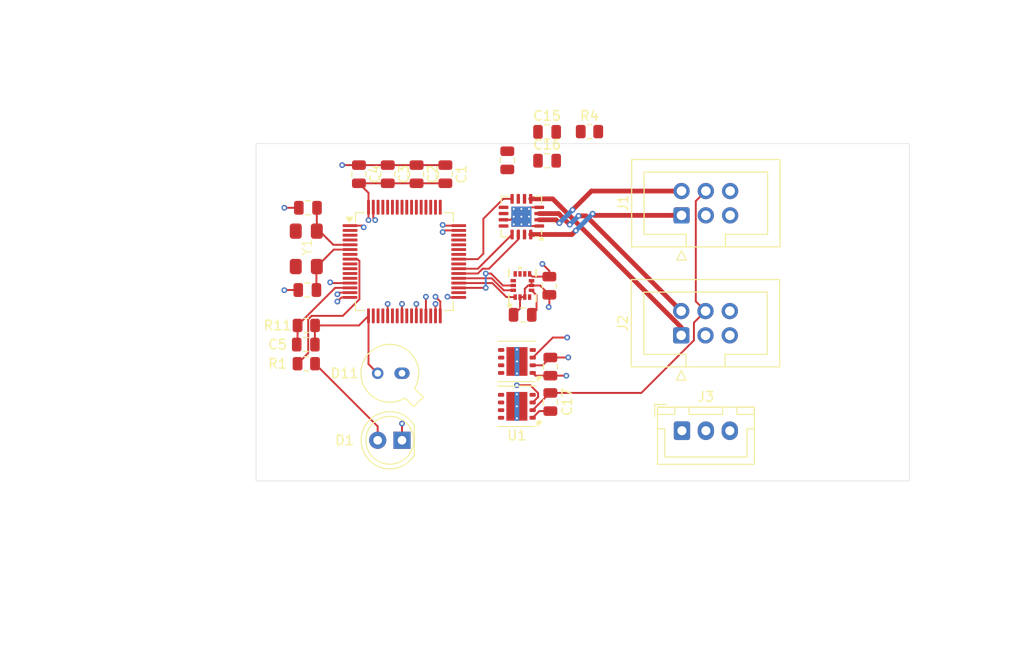
<source format=kicad_pcb>
(kicad_pcb (version 20240108) (generator "pcbnew") (generator_version "8.0")
  (layers (0 "F.Cu" signal) (1 "In1.Cu" signal) (2 "In2.Cu" signal) (31 "B.Cu" signal) (34 "B.Paste" user) (35 "F.Paste" user) (36 "B.SilkS" user "B.Silkscreen") (37 "F.SilkS" user "F.Silkscreen") (38 "B.Mask" user) (39 "F.Mask" user) (44 "Edge.Cuts" user))
  (net 0 "")
  (net 1 "VDD")
  (net 2 "GND")
  (net 3 "Net-(U5-Vdd_IO)")
  (net 4 "Vdrive")
  (net 5 "Net-(U6-PA2)")
  (net 6 "/FAULT")
  (net 7 "Net-(U4-VINT)")
  (net 8 "/VM")
  (net 9 "Net-(U4-VCP)")
  (net 10 "/motor2__n")
  (net 11 "/TIM1_CH4")
  (net 12 "/TIM1_CH1")
  (net 13 "/motor2__p")
  (net 14 "Net-(U4-~{SLEEP})")
  (net 15 "/TIM1_CH3")
  (net 16 "/TIM1_CH2")
  (net 18 "/SPI2_MISO")
  (net 19 "/CS")
  (net 20 "/SPI2_MOSI")
  (net 23 "/SPI2_SCK")
  (net 30 "Net-(U6-PA6)")
  (net 31 "Net-(U6-PB1)")
  (net 36 "Net-(U6-PB12)")
  (net 56 "/TIM3_CH4")
  (net 57 "/TIM3_CH1")
  (net 58 "/TIM3_CH3")
  (net 59 "/TIM3_CH2")
  (net 60 "Net-(U6-PF0)")
  (net 61 "Net-(U6-PF1)")
  (net 62 "Net-(D1-A)")
  (net 63 "Net-(U6-PB2)")
  (net 64 "Net-(U6-PB10)")
  (net 65 "Net-(U6-PA5)")
  (net 66 "Net-(D11-A)")
  (net 67 "/motor1__p")
  (net 68 "/motor1__n")
  (net 69 "Udd")
  (net 70 "/motor1_chB")
  (net 71 "/motor1_chA")
  (net 72 "/motor2_chA")
  (net 73 "/motor2_chB")
  (footprint "Package_SON:WSON-8-1EP_4x4mm_P0.8mm_EP2.2x3mm_ThermalVias" (layer "F.Cu") (at 143 101.2 180)
    (property "Reference" "U1" (at 0 -3.05 180) (layer "F.SilkS"))
    (property "Value" "TLV1117-50")
    (pad "1" smd roundrect (at -1.65 -1.2 180) (size 0.65 0.4) (layers "F.Cu" "F.Paste" "F.Mask") (net 2 "GND"))
    (pad "2" smd roundrect (at -1.65 -0.4 180) (size 0.65 0.4) (layers "F.Cu" "F.Paste" "F.Mask") (net 69 "Udd"))
    (pad "3" smd roundrect (at -1.65 0.4 180) (size 0.65 0.4) (layers "F.Cu" "F.Paste" "F.Mask") (net 4 "Vdrive"))
    (pad "4" smd roundrect (at -1.65 1.2 180) (size 0.65 0.4) (layers "F.Cu" "F.Paste" "F.Mask"))
    (pad "5" smd roundrect (at 1.65 1.2 180) (size 0.65 0.4) (layers "F.Cu" "F.Paste" "F.Mask"))
    (pad "6" smd roundrect (at 1.65 0.4 180) (size 0.65 0.4) (layers "F.Cu" "F.Paste" "F.Mask"))
    (pad "7" smd roundrect (at 1.65 -0.4 180) (size 0.65 0.4) (layers "F.Cu" "F.Paste" "F.Mask"))
    (pad "8" smd roundrect (at 1.65 -1.2 180) (size 0.65 0.4) (layers "F.Cu" "F.Paste" "F.Mask"))
    (pad "9" thru_hole circle (at 0 -1.25 180) (size 0.5 0.5) (drill 0.2) (property pad_prop_heatsink) (layers "*.Cu"))
    (pad "9" thru_hole circle (at 0 0 180) (size 0.5 0.5) (drill 0.2) (property pad_prop_heatsink) (layers "*.Cu"))
    (pad "9" smd rect (at 0 0 180) (size 0.5 3) (property pad_prop_heatsink) (layers "B.Cu"))
    (pad "9" smd rect (at 0 0 180) (size 2.2 3) (property pad_prop_heatsink) (layers "F.Cu" "F.Mask"))
    (pad "9" thru_hole circle (at 0 1.25 180) (size 0.5 0.5) (drill 0.2) (property pad_prop_heatsink) (layers "*.Cu"))
  )
  (footprint "Resistor_SMD:R_0805_2012Metric" (layer "F.Cu") (at 121 96.75)
    (property "Reference" "R1" (at -3 0 0) (layer "F.SilkS"))
    (property "Value" "330")
    (pad "1" smd roundrect (at -0.9125 0) (size 1.025 1.4) (layers "F.Cu" "F.Paste" "F.Mask") (roundrect_rratio 0.243902) (net 12 "/TIM1_CH1"))
    (pad "2" smd roundrect (at 0.9125 0) (size 1.025 1.4) (layers "F.Cu" "F.Paste" "F.Mask") (roundrect_rratio 0.243902) (net 62 "Net-(D1-A)"))
  )
  (footprint "Package_QFP:LQFP-64_10x10mm_P0.5mm" (layer "F.Cu") (at 131.25 86.075)
    (property "Reference" "U6" (hide yes))
    (property "Value" "STM32G484RETx" (hide yes))
    (pad "1" smd roundrect (at -5.675 -3.75) (size 1.55 0.3) (layers "F.Cu" "F.Paste" "F.Mask") (net 1 "VDD"))
    (pad "2" smd roundrect (at -5.675 -3.25) (size 1.55 0.3) (layers "F.Cu" "F.Paste" "F.Mask"))
    (pad "3" smd roundrect (at -5.675 -2.75) (size 1.55 0.3) (layers "F.Cu" "F.Paste" "F.Mask"))
    (pad "4" smd roundrect (at -5.675 -2.25) (size 1.55 0.3) (layers "F.Cu" "F.Paste" "F.Mask"))
    (pad "5" smd roundrect (at -5.675 -1.75) (size 1.55 0.3) (layers "F.Cu" "F.Paste" "F.Mask") (net 60 "Net-(U6-PF0)"))
    (pad "6" smd roundrect (at -5.675 -1.25) (size 1.55 0.3) (layers "F.Cu" "F.Paste" "F.Mask") (net 61 "Net-(U6-PF1)"))
    (pad "7" smd roundrect (at -5.675 -0.75) (size 1.55 0.3) (layers "F.Cu" "F.Paste" "F.Mask"))
    (pad "8" smd roundrect (at -5.675 -0.25) (size 1.55 0.3) (layers "F.Cu" "F.Paste" "F.Mask") (net 12 "/TIM1_CH1"))
    (pad "9" smd roundrect (at -5.675 0.25) (size 1.55 0.3) (layers "F.Cu" "F.Paste" "F.Mask") (net 16 "/TIM1_CH2"))
    (pad "10" smd roundrect (at -5.675 0.75) (size 1.55 0.3) (layers "F.Cu" "F.Paste" "F.Mask") (net 15 "/TIM1_CH3"))
    (pad "11" smd roundrect (at -5.675 1.25) (size 1.55 0.3) (layers "F.Cu" "F.Paste" "F.Mask") (net 11 "/TIM1_CH4"))
    (pad "12" smd roundrect (at -5.675 1.75) (size 1.55 0.3) (layers "F.Cu" "F.Paste" "F.Mask"))
    (pad "13" smd roundrect (at -5.675 2.25) (size 1.55 0.3) (layers "F.Cu" "F.Paste" "F.Mask") (net 2 "GND"))
    (pad "14" smd roundrect (at -5.675 2.75) (size 1.55 0.3) (layers "F.Cu" "F.Paste" "F.Mask") (net 5 "Net-(U6-PA2)"))
    (pad "15" smd roundrect (at -5.675 3.25) (size 1.55 0.3) (layers "F.Cu" "F.Paste" "F.Mask") (net 2 "GND"))
    (pad "16" smd roundrect (at -5.675 3.75) (size 1.55 0.3) (layers "F.Cu" "F.Paste" "F.Mask") (net 1 "VDD"))
    (pad "17" smd roundrect (at -3.75 5.675) (size 0.3 1.55) (layers "F.Cu" "F.Paste" "F.Mask") (net 66 "Net-(D11-A)"))
    (pad "18" smd roundrect (at -3.25 5.675) (size 0.3 1.55) (layers "F.Cu" "F.Paste" "F.Mask"))
    (pad "19" smd roundrect (at -2.75 5.675) (size 0.3 1.55) (layers "F.Cu" "F.Paste" "F.Mask") (net 65 "Net-(U6-PA5)"))
    (pad "20" smd roundrect (at -2.25 5.675) (size 0.3 1.55) (layers "F.Cu" "F.Paste" "F.Mask") (net 30 "Net-(U6-PA6)"))
    (pad "21" smd roundrect (at -1.75 5.675) (size 0.3 1.55) (layers "F.Cu" "F.Paste" "F.Mask") (net 2 "GND"))
    (pad "22" smd roundrect (at -1.25 5.675) (size 0.3 1.55) (layers "F.Cu" "F.Paste" "F.Mask"))
    (pad "23" smd roundrect (at -0.75 5.675) (size 0.3 1.55) (layers "F.Cu" "F.Paste" "F.Mask"))
    (pad "24" smd roundrect (at -0.25 5.675) (size 0.3 1.55) (layers "F.Cu" "F.Paste" "F.Mask") (net 2 "GND"))
    (pad "25" smd roundrect (at 0.25 5.675) (size 0.3 1.55) (layers "F.Cu" "F.Paste" "F.Mask") (net 31 "Net-(U6-PB1)"))
    (pad "26" smd roundrect (at 0.75 5.675) (size 0.3 1.55) (layers "F.Cu" "F.Paste" "F.Mask") (net 63 "Net-(U6-PB2)"))
    (pad "27" smd roundrect (at 1.25 5.675) (size 0.3 1.55) (layers "F.Cu" "F.Paste" "F.Mask") (net 2 "GND"))
    (pad "28" smd roundrect (at 1.75 5.675) (size 0.3 1.55) (layers "F.Cu" "F.Paste" "F.Mask"))
    (pad "29" smd roundrect (at 2.25 5.675) (size 0.3 1.55) (layers "F.Cu" "F.Paste" "F.Mask") (net 1 "VDD"))
    (pad "30" smd roundrect (at 2.75 5.675) (size 0.3 1.55) (layers "F.Cu" "F.Paste" "F.Mask") (net 64 "Net-(U6-PB10)"))
    (pad "31" smd roundrect (at 3.25 5.675) (size 0.3 1.55) (layers "F.Cu" "F.Paste" "F.Mask") (net 2 "GND"))
    (pad "32" smd roundrect (at 3.75 5.675) (size 0.3 1.55) (layers "F.Cu" "F.Paste" "F.Mask") (net 1 "VDD"))
    (pad "33" smd roundrect (at 5.675 3.75) (size 1.55 0.3) (layers "F.Cu" "F.Paste" "F.Mask") (net 2 "GND"))
    (pad "34" smd roundrect (at 5.675 3.25) (size 1.55 0.3) (layers "F.Cu" "F.Paste" "F.Mask") (net 36 "Net-(U6-PB12)"))
    (pad "35" smd roundrect (at 5.675 2.75) (size 1.55 0.3) (layers "F.Cu" "F.Paste" "F.Mask") (net 23 "/SPI2_SCK"))
    (pad "36" smd roundrect (at 5.675 2.25) (size 1.55 0.3) (layers "F.Cu" "F.Paste" "F.Mask") (net 18 "/SPI2_MISO"))
    (pad "37" smd roundrect (at 5.675 1.75) (size 1.55 0.3) (layers "F.Cu" "F.Paste" "F.Mask") (net 20 "/SPI2_MOSI"))
    (pad "38" smd roundrect (at 5.675 1.25) (size 1.55 0.3) (layers "F.Cu" "F.Paste" "F.Mask") (net 57 "/TIM3_CH1"))
    (pad "39" smd roundrect (at 5.675 0.75) (size 1.55 0.3) (layers "F.Cu" "F.Paste" "F.Mask") (net 59 "/TIM3_CH2"))
    (pad "40" smd roundrect (at 5.675 0.25) (size 1.55 0.3) (layers "F.Cu" "F.Paste" "F.Mask") (net 58 "/TIM3_CH3"))
    (pad "41" smd roundrect (at 5.675 -0.25) (size 1.55 0.3) (layers "F.Cu" "F.Paste" "F.Mask") (net 56 "/TIM3_CH4"))
    (pad "42" smd roundrect (at 5.675 -0.75) (size 1.55 0.3) (layers "F.Cu" "F.Paste" "F.Mask"))
    (pad "43" smd roundrect (at 5.675 -1.25) (size 1.55 0.3) (layers "F.Cu" "F.Paste" "F.Mask"))
    (pad "44" smd roundrect (at 5.675 -1.75) (size 1.55 0.3) (layers "F.Cu" "F.Paste" "F.Mask"))
    (pad "45" smd roundrect (at 5.675 -2.25) (size 1.55 0.3) (layers "F.Cu" "F.Paste" "F.Mask"))
    (pad "46" smd roundrect (at 5.675 -2.75) (size 1.55 0.3) (layers "F.Cu" "F.Paste" "F.Mask"))
    (pad "47" smd roundrect (at 5.675 -3.25) (size 1.55 0.3) (layers "F.Cu" "F.Paste" "F.Mask") (net 2 "GND"))
    (pad "48" smd roundrect (at 5.675 -3.75) (size 1.55 0.3) (layers "F.Cu" "F.Paste" "F.Mask") (net 1 "VDD"))
    (pad "49" smd roundrect (at 3.75 -5.675) (size 0.3 1.55) (layers "F.Cu" "F.Paste" "F.Mask"))
    (pad "50" smd roundrect (at 3.25 -5.675) (size 0.3 1.55) (layers "F.Cu" "F.Paste" "F.Mask"))
    (pad "51" smd roundrect (at 2.75 -5.675) (size 0.3 1.55) (layers "F.Cu" "F.Paste" "F.Mask"))
    (pad "52" smd roundrect (at 2.25 -5.675) (size 0.3 1.55) (layers "F.Cu" "F.Paste" "F.Mask"))
    (pad "53" smd roundrect (at 1.75 -5.675) (size 0.3 1.55) (layers "F.Cu" "F.Paste" "F.Mask"))
    (pad "54" smd roundrect (at 1.25 -5.675) (size 0.3 1.55) (layers "F.Cu" "F.Paste" "F.Mask"))
    (pad "55" smd roundrect (at 0.75 -5.675) (size 0.3 1.55) (layers "F.Cu" "F.Paste" "F.Mask"))
    (pad "56" smd roundrect (at 0.25 -5.675) (size 0.3 1.55) (layers "F.Cu" "F.Paste" "F.Mask"))
    (pad "57" smd roundrect (at -0.25 -5.675) (size 0.3 1.55) (layers "F.Cu" "F.Paste" "F.Mask"))
    (pad "58" smd roundrect (at -0.75 -5.675) (size 0.3 1.55) (layers "F.Cu" "F.Paste" "F.Mask"))
    (pad "59" smd roundrect (at -1.25 -5.675) (size 0.3 1.55) (layers "F.Cu" "F.Paste" "F.Mask"))
    (pad "60" smd roundrect (at -1.75 -5.675) (size 0.3 1.55) (layers "F.Cu" "F.Paste" "F.Mask"))
    (pad "61" smd roundrect (at -2.25 -5.675) (size 0.3 1.55) (layers "F.Cu" "F.Paste" "F.Mask"))
    (pad "62" smd roundrect (at -2.75 -5.675) (size 0.3 1.55) (layers "F.Cu" "F.Paste" "F.Mask"))
    (pad "63" smd roundrect (at -3.25 -5.675) (size 0.3 1.55) (layers "F.Cu" "F.Paste" "F.Mask") (net 2 "GND"))
    (pad "64" smd roundrect (at -3.75 -5.675) (size 0.3 1.55) (layers "F.Cu" "F.Paste" "F.Mask") (net 1 "VDD"))
  )
  (footprint "myCustomFootprints:ECX-53BSMD CRYSTAL" (layer "F.Cu") (at 122.1 86.6 90)
    (property "Reference" "Y1" (at 2.02 -1.01 90) (layer "F.SilkS") (effects (font (thickness 0.1))))
    (property "Value" "Crystal" (hide yes))
    (pad "1" smd roundrect (at 0 0 90) (size 1.6 1.25) (layers "F.Cu" "F.Paste" "F.Mask") (net 61 "Net-(U6-PF1)"))
    (pad "2" smd roundrect (at 3.7 0 90) (size 1.6 1.25) (layers "F.Cu" "F.Paste" "F.Mask") (net 60 "Net-(U6-PF0)"))
    (pad "3" smd roundrect (at 3.7 -2.2 90) (size 1.6 1.25) (layers "F.Cu" "F.Paste" "F.Mask"))
    (pad "4" smd roundrect (at 0 -2.2 90) (size 1.6 1.25) (layers "F.Cu" "F.Paste" "F.Mask"))
  )
  (footprint "Capacitor_SMD:C_0805_2012Metric" (layer "F.Cu") (at 146.395179 88.60268 90)
    (property "Reference" "C8" (hide yes))
    (property "Value" "100nF")
    (pad "1" smd roundrect (at -0.95 0 90) (size 1 1.45) (layers "F.Cu" "F.Paste" "F.Mask") (net 2 "GND"))
    (pad "2" smd roundrect (at 0.95 0 90) (size 1 1.45) (layers "F.Cu" "F.Paste" "F.Mask") (net 1 "VDD"))
  )
  (footprint "Resistor_SMD:R_0805_2012Metric" (layer "F.Cu") (at 121 92.75 180)
    (property "Reference" "R11" (at 3 0 180) (layer "F.SilkS"))
    (property "Value" "27500")
    (pad "1" smd roundrect (at -0.9125 0 180) (size 1.025 1.4) (layers "F.Cu" "F.Paste" "F.Mask") (roundrect_rratio 0.243902) (net 66 "Net-(D11-A)"))
    (pad "2" smd roundrect (at 0.9125 0 180) (size 1.025 1.4) (layers "F.Cu" "F.Paste" "F.Mask") (roundrect_rratio 0.243902) (net 5 "Net-(U6-PA2)"))
  )
  (footprint "Capacitor_SMD:C_0805_2012Metric" (layer "F.Cu") (at 135.53 76.95 -90)
    (property "Reference" "C1" (at 0 -1.68 90) (layer "F.SilkS"))
    (property "Value" "4.7uF")
    (pad "1" smd roundrect (at -0.95 0 270) (size 1 1.45) (layers "F.Cu" "F.Paste" "F.Mask") (net 2 "GND"))
    (pad "2" smd roundrect (at 0.95 0 270) (size 1 1.45) (layers "F.Cu" "F.Paste" "F.Mask") (net 1 "VDD"))
  )
  (footprint "Resistor_SMD:R_0805_2012Metric" (layer "F.Cu") (at 150.5875 72.5)
    (property "Reference" "R4" (at 0 -1.65 0) (layer "F.SilkS"))
    (property "Value" "75K")
    (pad "1" smd roundrect (at -0.9125 0) (size 1.025 1.4) (layers "F.Cu" "F.Paste" "F.Mask") (roundrect_rratio 0.243902) (net 4 "Vdrive"))
    (pad "2" smd roundrect (at 0.9125 0) (size 1.025 1.4) (layers "F.Cu" "F.Paste" "F.Mask") (roundrect_rratio 0.243902) (net 14 "Net-(U4-~{SLEEP})"))
  )
  (footprint "Capacitor_SMD:C_0805_2012Metric" (layer "F.Cu") (at 132.52 76.95 -90)
    (property "Reference" "C2" (at 0 -1.68 90) (layer "F.SilkS"))
    (property "Value" "100nF")
    (pad "1" smd roundrect (at -0.95 0 270) (size 1 1.45) (layers "F.Cu" "F.Paste" "F.Mask") (net 2 "GND"))
    (pad "2" smd roundrect (at 0.95 0 270) (size 1 1.45) (layers "F.Cu" "F.Paste" "F.Mask") (net 1 "VDD"))
  )
  (footprint "Capacitor_SMD:C_0805_2012Metric" (layer "F.Cu") (at 146.1575 75.54)
    (property "Reference" "C16" (at 0 -1.68 0) (layer "F.SilkS"))
    (property "Value" "0.01uF")
    (pad "1" smd roundrect (at -0.95 0) (size 1 1.45) (layers "F.Cu" "F.Paste" "F.Mask") (net 8 "/VM"))
    (pad "2" smd roundrect (at 0.95 0) (size 1 1.45) (layers "F.Cu" "F.Paste" "F.Mask") (net 9 "Net-(U4-VCP)"))
  )
  (footprint "Connector_IDC:IDC-Header_2x03_P2.54mm_Vertical" (layer "F.Cu") (at 160.17 93.79 90)
    (property "Reference" "J2" (at 1.27 -6.1 -90) (layer "F.SilkS"))
    (property "Value" "motor2")
    (pad "1" thru_hole roundrect (at 0 0 90) (size 1.7 1.7) (drill 1) (layers "*.Cu" "*.Mask") (roundrect_rratio 0.147059) (net 13 "/motor2__p"))
    (pad "2" thru_hole circle (at 2.54 0 90) (size 1.7 1.7) (drill 1) (layers "*.Cu" "*.Mask") (net 10 "/motor2__n"))
    (pad "3" thru_hole circle (at 0 2.54 90) (size 1.7 1.7) (drill 1) (layers "*.Cu" "*.Mask") (net 2 "GND"))
    (pad "4" thru_hole circle (at 2.54 2.54 90) (size 1.7 1.7) (drill 1) (layers "*.Cu" "*.Mask") (net 69 "Udd"))
    (pad "5" thru_hole circle (at 0 5.08 90) (size 1.7 1.7) (drill 1) (layers "*.Cu" "*.Mask") (net 73 "/motor2_chB"))
    (pad "6" thru_hole circle (at 2.54 5.08 90) (size 1.7 1.7) (drill 1) (layers "*.Cu" "*.Mask") (net 72 "/motor2_chA"))
  )
  (footprint "Capacitor_SMD:C_0805_2012Metric" (layer "F.Cu") (at 146.5 97.05 90)
    (property "Reference" "C12" (hide yes))
    (property "Value" "100uF")
    (pad "1" smd roundrect (at -0.95 0 90) (size 1 1.45) (layers "F.Cu" "F.Paste" "F.Mask") (net 2 "GND"))
    (pad "2" smd roundrect (at 0.95 0 90) (size 1 1.45) (layers "F.Cu" "F.Paste" "F.Mask") (net 1 "VDD"))
  )
  (footprint "Capacitor_SMD:C_0805_2012Metric" (layer "F.Cu") (at 120.95 94.75 180)
    (property "Reference" "C5" (at 2.95 0 180) (layer "F.SilkS"))
    (property "Value" "8pF")
    (pad "1" smd roundrect (at -0.95 0 180) (size 1 1.45) (layers "F.Cu" "F.Paste" "F.Mask") (net 66 "Net-(D11-A)"))
    (pad "2" smd roundrect (at 0.95 0 180) (size 1 1.45) (layers "F.Cu" "F.Paste" "F.Mask") (net 5 "Net-(U6-PA2)"))
  )
  (footprint "Capacitor_SMD:C_0805_2012Metric" (layer "F.Cu") (at 121.11 89.05)
    (property "Reference" "C7" (hide yes))
    (property "Value" "34pF")
    (pad "1" smd roundrect (at -0.95 0) (size 1 1.45) (layers "F.Cu" "F.Paste" "F.Mask") (net 2 "GND"))
    (pad "2" smd roundrect (at 0.95 0) (size 1 1.45) (layers "F.Cu" "F.Paste" "F.Mask") (net 61 "Net-(U6-PF1)"))
  )
  (footprint "Capacitor_SMD:C_0805_2012Metric" (layer "F.Cu") (at 146.1575 72.53)
    (property "Reference" "C15" (at 0 -1.68 0) (layer "F.SilkS"))
    (property "Value" "10uF")
    (pad "1" smd roundrect (at -0.95 0) (size 1 1.45) (layers "F.Cu" "F.Paste" "F.Mask") (net 2 "GND"))
    (pad "2" smd roundrect (at 0.95 0) (size 1 1.45) (layers "F.Cu" "F.Paste" "F.Mask") (net 4 "Vdrive"))
  )
  (footprint "myCustomFootprints:LGA-14L_2P5X3X0P83_STM" (layer "F.Cu") (at 143.578879 88.578879 90)
    (property "Reference" "U5" (hide yes))
    (property "Value" "ISM330IS")
    (fp_text user "*" (at -2.0828 -1 -90) (layer "F.SilkS"))
    (fp_text user "*" (at -2.0828 -1 90) (layer "F.SilkS"))
    (pad "1" smd rect (at -1.2103 -0.750001 180) (size 0.351536 0.57658) (layers "F.Cu" "F.Paste" "F.Mask") (net 18 "/SPI2_MISO"))
    (pad "2" smd rect (at -1.2103 -0.25 180) (size 0.351536 0.57658) (layers "F.Cu" "F.Paste" "F.Mask") (net 2 "GND"))
    (pad "3" smd rect (at -1.2103 0.25 180) (size 0.351536 0.57658) (layers "F.Cu" "F.Paste" "F.Mask") (net 2 "GND"))
    (pad "4" smd rect (at -1.2103 0.750001 180) (size 0.351536 0.57658) (layers "F.Cu" "F.Paste" "F.Mask"))
    (pad "5" smd rect (at -0.499999 0.9563 90) (size 0.351536 0.57658) (layers "F.Cu" "F.Paste" "F.Mask") (net 3 "Net-(U5-Vdd_IO)"))
    (pad "6" smd rect (at 0 0.9563 90) (size 0.351536 0.57658) (layers "F.Cu" "F.Paste" "F.Mask") (net 2 "GND"))
    (pad "7" smd rect (at 0.499999 0.9563 90) (size 0.351536 0.57658) (layers "F.Cu" "F.Paste" "F.Mask") (net 2 "GND"))
    (pad "8" smd rect (at 1.2103 0.750001 180) (size 0.351536 0.57658) (layers "F.Cu" "F.Paste" "F.Mask") (net 1 "VDD"))
    (pad "9" smd rect (at 1.2103 0.25 180) (size 0.351536 0.57658) (layers "F.Cu" "F.Paste" "F.Mask"))
    (pad "10" smd rect (at 1.2103 -0.25 180) (size 0.351536 0.57658) (layers "F.Cu" "F.Paste" "F.Mask"))
    (pad "11" smd rect (at 1.2103 -0.750001 180) (size 0.351536 0.57658) (layers "F.Cu" "F.Paste" "F.Mask"))
    (pad "12" smd rect (at 0.499999 -0.9563 90) (size 0.351536 0.57658) (layers "F.Cu" "F.Paste" "F.Mask") (net 19 "/CS"))
    (pad "13" smd rect (at 0 -0.9563 90) (size 0.351536 0.57658) (layers "F.Cu" "F.Paste" "F.Mask") (net 23 "/SPI2_SCK"))
    (pad "14" smd rect (at -0.499999 -0.9563 90) (size 0.351536 0.57658) (layers "F.Cu" "F.Paste" "F.Mask") (net 20 "/SPI2_MOSI"))
  )
  (footprint "Capacitor_SMD:C_0805_2012Metric" (layer "F.Cu") (at 129.51 76.95 -90)
    (property "Reference" "C3" (at 0 -1.68 90) (layer "F.SilkS"))
    (property "Value" "100nF")
    (pad "1" smd roundrect (at -0.95 0 270) (size 1 1.45) (layers "F.Cu" "F.Paste" "F.Mask") (net 2 "GND"))
    (pad "2" smd roundrect (at 0.95 0 270) (size 1 1.45) (layers "F.Cu" "F.Paste" "F.Mask") (net 1 "VDD"))
  )
  (footprint "Capacitor_SMD:C_0805_2012Metric" (layer "F.Cu") (at 146.5 100.75 90)
    (property "Reference" "C17" (at 0 1.75 -90) (layer "F.SilkS"))
    (property "Value" "100uF")
    (pad "1" smd roundrect (at -0.95 0 90) (size 1 1.45) (layers "F.Cu" "F.Paste" "F.Mask") (net 2 "GND"))
    (pad "2" smd roundrect (at 0.95 0 90) (size 1 1.45) (layers "F.Cu" "F.Paste" "F.Mask") (net 69 "Udd"))
  )
  (footprint "Capacitor_SMD:C_0805_2012Metric" (layer "F.Cu") (at 126.5 76.95 -90)
    (property "Reference" "C4" (at 0 -1.68 90) (layer "F.SilkS"))
    (property "Value" "100nF")
    (pad "1" smd roundrect (at -0.95 0 270) (size 1 1.45) (layers "F.Cu" "F.Paste" "F.Mask") (net 2 "GND"))
    (pad "2" smd roundrect (at 0.95 0 270) (size 1 1.45) (layers "F.Cu" "F.Paste" "F.Mask") (net 1 "VDD"))
  )
  (footprint "Capacitor_SMD:C_0805_2012Metric" (layer "F.Cu") (at 143.605179 91.64268)
    (property "Reference" "C9" (hide yes))
    (property "Value" "100nF")
    (pad "1" smd roundrect (at -0.95 0) (size 1 1.45) (layers "F.Cu" "F.Paste" "F.Mask") (net 2 "GND"))
    (pad "2" smd roundrect (at 0.95 0) (size 1 1.45) (layers "F.Cu" "F.Paste" "F.Mask") (net 3 "Net-(U5-Vdd_IO)"))
  )
  (footprint "Capacitor_SMD:C_0805_2012Metric" (layer "F.Cu") (at 121.17 80.46 180)
    (property "Reference" "C6" (hide yes))
    (property "Value" "34pF")
    (pad "1" smd roundrect (at -0.95 0 180) (size 1 1.45) (layers "F.Cu" "F.Paste" "F.Mask") (net 60 "Net-(U6-PF0)"))
    (pad "2" smd roundrect (at 0.95 0 180) (size 1 1.45) (layers "F.Cu" "F.Paste" "F.Mask") (net 2 "GND"))
  )
  (footprint "Package_SON:WSON-8-1EP_4x4mm_P0.8mm_EP2.2x3mm_ThermalVias" (layer "F.Cu") (at 143.01 96.515 180)
    (property "Reference" "U3" (hide yes))
    (property "Value" "TLV1117-33")
    (pad "1" smd roundrect (at -1.65 -1.2 180) (size 0.65 0.4) (layers "F.Cu" "F.Paste" "F.Mask") (net 2 "GND"))
    (pad "2" smd roundrect (at -1.65 -0.4 180) (size 0.65 0.4) (layers "F.Cu" "F.Paste" "F.Mask") (net 1 "VDD"))
    (pad "3" smd roundrect (at -1.65 0.4 180) (size 0.65 0.4) (layers "F.Cu" "F.Paste" "F.Mask") (net 4 "Vdrive"))
    (pad "4" smd roundrect (at -1.65 1.2 180) (size 0.65 0.4) (layers "F.Cu" "F.Paste" "F.Mask"))
    (pad "5" smd roundrect (at 1.65 1.2 180) (size 0.65 0.4) (layers "F.Cu" "F.Paste" "F.Mask"))
    (pad "6" smd roundrect (at 1.65 0.4 180) (size 0.65 0.4) (layers "F.Cu" "F.Paste" "F.Mask"))
    (pad "7" smd roundrect (at 1.65 -0.4 180) (size 0.65 0.4) (layers "F.Cu" "F.Paste" "F.Mask"))
    (pad "8" smd roundrect (at 1.65 -1.2 180) (size 0.65 0.4) (layers "F.Cu" "F.Paste" "F.Mask"))
    (pad "9" thru_hole circle (at 0 -1.25 180) (size 0.5 0.5) (drill 0.2) (property pad_prop_heatsink) (layers "*.Cu"))
    (pad "9" thru_hole circle (at 0 0 180) (size 0.5 0.5) (drill 0.2) (property pad_prop_heatsink) (layers "*.Cu"))
    (pad "9" smd rect (at 0 0 180) (size 0.5 3) (property pad_prop_heatsink) (layers "B.Cu"))
    (pad "9" smd rect (at 0 0 180) (size 2.2 3) (property pad_prop_heatsink) (layers "F.Cu" "F.Mask"))
    (pad "9" thru_hole circle (at 0 1.25 180) (size 0.5 0.5) (drill 0.2) (property pad_prop_heatsink) (layers "*.Cu"))
  )
  (footprint "Package_TO_SOT_THT:TO-18-2" (layer "F.Cu") (at 131 97.75 180)
    (property "Reference" "D11" (at 6 0 180) (layer "F.SilkS"))
    (property "Value" "D_Photo")
    (pad "1" thru_hole oval (at 0 0 180) (size 1.6 1.2) (drill 0.7) (layers "*.Cu" "*.Mask") (net 2 "GND"))
    (pad "2" thru_hole oval (at 2.54 0 180) (size 1.2 1.2) (drill 0.7) (layers "*.Cu" "*.Mask") (net 66 "Net-(D11-A)"))
  )
  (footprint "Capacitor_SMD:C_0805_2012Metric" (layer "F.Cu") (at 142 75.5 90)
    (property "Reference" "C10" (hide yes))
    (property "Value" "2.2uF")
    (pad "1" smd roundrect (at -0.95 0 90) (size 1 1.45) (layers "F.Cu" "F.Paste" "F.Mask") (net 7 "Net-(U4-VINT)"))
    (pad "2" smd roundrect (at 0.95 0 90) (size 1 1.45) (layers "F.Cu" "F.Paste" "F.Mask") (net 2 "GND"))
  )
  (footprint "Connector_IDC:IDC-Header_2x03_P2.54mm_Vertical" (layer "F.Cu") (at 160.205 81.25 90)
    (property "Reference" "J1" (at 1.27 -6.1 -90) (layer "F.SilkS"))
    (property "Value" "motor1")
    (pad "1" thru_hole roundrect (at 0 0 90) (size 1.7 1.7) (drill 1) (layers "*.Cu" "*.Mask") (roundrect_rratio 0.147059) (net 67 "/motor1__p"))
    (pad "2" thru_hole circle (at 2.54 0 90) (size 1.7 1.7) (drill 1) (layers "*.Cu" "*.Mask") (net 68 "/motor1__n"))
    (pad "3" thru_hole circle (at 0 2.54 90) (size 1.7 1.7) (drill 1) (layers "*.Cu" "*.Mask") (net 2 "GND"))
    (pad "4" thru_hole circle (at 2.54 2.54 90) (size 1.7 1.7) (drill 1) (layers "*.Cu" "*.Mask") (net 69 "Udd"))
    (pad "5" thru_hole circle (at 0 5.08 90) (size 1.7 1.7) (drill 1) (layers "*.Cu" "*.Mask") (net 70 "/motor1_chB"))
    (pad "6" thru_hole circle (at 2.54 5.08 90) (size 1.7 1.7) (drill 1) (layers "*.Cu" "*.Mask") (net 71 "/motor1_chA"))
  )
  (footprint "Connector_JST:JST_XH_B3B-XH-A_1x03_P2.50mm_Vertical" (layer "F.Cu") (at 160.25 103.75)
    (property "Reference" "J3" (at 2.5 -3.55 0) (layer "F.SilkS"))
    (property "Value" "Conn_01x03")
    (pad "1" thru_hole roundrect (at 0 0) (size 1.7 1.95) (drill 0.95) (layers "*.Cu" "*.Mask") (roundrect_rratio 0.147059))
    (pad "2" thru_hole oval (at 2.5 0) (size 1.7 1.95) (drill 0.95) (layers "*.Cu" "*.Mask"))
    (pad "3" thru_hole oval (at 5 0) (size 1.7 1.95) (drill 0.95) (layers "*.Cu" "*.Mask"))
  )
  (footprint "LED_THT:LED_D5.0mm" (layer "F.Cu") (at 131 104.75 180)
    (property "Reference" "D1" (at 6 0 180) (layer "F.SilkS"))
    (property "Value" "LED")
    (pad "1" thru_hole rect (at 0 0 180) (size 1.8 1.8) (drill 0.9) (layers "*.Cu" "*.Mask") (net 2 "GND"))
    (pad "2" thru_hole circle (at 2.54 0 180) (size 1.8 1.8) (drill 0.9) (layers "*.Cu" "*.Mask") (net 62 "Net-(D1-A)"))
  )
  (footprint "Package_DFN_QFN:Texas_RTY_WQFN-16-1EP_4x4mm_P0.65mm_EP2.1x2.1mm_ThermalVias" (layer "F.Cu") (at 143.475 81.3875 180)
    (property "Reference" "U4" (hide yes))
    (property "Value" "DRV8833RTY")
    (pad "1" smd roundrect (at -1.8625 -0.975 180) (size 1.025 0.35) (layers "F.Cu" "F.Paste" "F.Mask") (net 2 "GND"))
    (pad "2" smd roundrect (at -1.8625 -0.325 180) (size 1.025 0.35) (layers "F.Cu" "F.Paste" "F.Mask") (net 68 "/motor1__n"))
    (pad "3" smd roundrect (at -1.8625 0.325 180) (size 1.025 0.35) (layers "F.Cu" "F.Paste" "F.Mask") (net 10 "/motor2__n"))
    (pad "4" smd roundrect (at -1.8625 0.975 180) (size 1.025 0.35) (layers "F.Cu" "F.Paste" "F.Mask") (net 2 "GND"))
    (pad "5" smd roundrect (at -0.975 1.8625 180) (size 0.35 1.025) (layers "F.Cu" "F.Paste" "F.Mask") (net 13 "/motor2__p"))
    (pad "6" smd roundrect (at -0.325 1.8625 180) (size 0.35 1.025) (layers "F.Cu" "F.Paste" "F.Mask") (net 6 "/FAULT"))
    (pad "7" smd roundrect (at 0.325 1.8625 180) (size 0.35 1.025) (layers "F.Cu" "F.Paste" "F.Mask") (net 58 "/TIM3_CH3"))
    (pad "8" smd roundrect (at 0.975 1.8625 180) (size 0.35 1.025) (layers "F.Cu" "F.Paste" "F.Mask") (net 56 "/TIM3_CH4"))
    (pad "9" smd roundrect (at 1.8625 0.975 180) (size 1.025 0.35) (layers "F.Cu" "F.Paste" "F.Mask") (net 9 "Net-(U4-VCP)"))
    (pad "10" smd roundrect (at 1.8625 0.325 180) (size 1.025 0.35) (layers "F.Cu" "F.Paste" "F.Mask") (net 4 "Vdrive"))
    (pad "11" smd roundrect (at 1.8625 -0.325 180) (size 1.025 0.35) (layers "F.Cu" "F.Paste" "F.Mask") (net 2 "GND"))
    (pad "12" smd roundrect (at 1.8625 -0.975 180) (size 1.025 0.35) (layers "F.Cu" "F.Paste" "F.Mask") (net 7 "Net-(U4-VINT)"))
    (pad "13" smd roundrect (at 0.975 -1.8625 180) (size 0.35 1.025) (layers "F.Cu" "F.Paste" "F.Mask") (net 59 "/TIM3_CH2"))
    (pad "14" smd roundrect (at 0.325 -1.8625 180) (size 0.35 1.025) (layers "F.Cu" "F.Paste" "F.Mask") (net 57 "/TIM3_CH1"))
    (pad "15" smd roundrect (at -0.325 -1.8625 180) (size 0.35 1.025) (layers "F.Cu" "F.Paste" "F.Mask") (net 14 "Net-(U4-~{SLEEP})"))
    (pad "16" smd roundrect (at -0.975 -1.8625 180) (size 0.35 1.025) (layers "F.Cu" "F.Paste" "F.Mask") (net 67 "/motor1__p"))
    (pad "17" thru_hole circle (at -0.8 -0.8 180) (size 0.5 0.5) (drill 0.2) (property pad_prop_heatsink) (layers "*.Cu") (net 2 "GND"))
    (pad "17" thru_hole circle (at -0.8 0 180) (size 0.5 0.5) (drill 0.2) (property pad_prop_heatsink) (layers "*.Cu") (net 2 "GND"))
    (pad "17" thru_hole circle (at -0.8 0.8 180) (size 0.5 0.5) (drill 0.2) (property pad_prop_heatsink) (layers "*.Cu") (net 2 "GND"))
    (pad "17" thru_hole circle (at 0 -0.8 180) (size 0.5 0.5) (drill 0.2) (property pad_prop_heatsink) (layers "*.Cu") (net 2 "GND"))
    (pad "17" thru_hole circle (at 0 0 180) (size 0.5 0.5) (drill 0.2) (property pad_prop_heatsink) (layers "*.Cu") (net 2 "GND"))
    (pad "17" smd rect (at 0 0 180) (size 2.1 2.1) (property pad_prop_heatsink) (layers "F.Cu" "F.Mask") (net 2 "GND"))
    (pad "17" smd rect (at 0 0 180) (size 2.1 2.1) (property pad_prop_heatsink) (layers "B.Cu") (net 2 "GND"))
    (pad "17" thru_hole circle (at 0 0.8 180) (size 0.5 0.5) (drill 0.2) (property pad_prop_heatsink) (layers "*.Cu") (net 2 "GND"))
    (pad "17" thru_hole circle (at 0.8 -0.8 180) (size 0.5 0.5) (drill 0.2) (property pad_prop_heatsink) (layers "*.Cu") (net 2 "GND"))
    (pad "17" thru_hole circle (at 0.8 0 180) (size 0.5 0.5) (drill 0.2) (property pad_prop_heatsink) (layers "*.Cu") (net 2 "GND"))
    (pad "17" thru_hole circle (at 0.8 0.8 180) (size 0.5 0.5) (drill 0.2) (property pad_prop_heatsink) (layers "*.Cu") (net 2 "GND"))
  )
  (gr_rect (start 115.75 73.75) (end 184 109) (stroke (width 0.05)) (fill none) (layer "Edge.Cuts"))
  (segment (start 129.51 77.9) (end 132.52 77.9) (width 0.2) (layer "F.Cu") (net 1))
  (segment (start 135 90.25) (end 134.5 89.75) (width 0.2) (layer "F.Cu") (net 1))
  (segment (start 127.5 78.9) (end 127.5 80.4) (width 0.2) (layer "F.Cu") (net 1))
  (segment (start 144.66 96.915) (end 145.685 96.915) (width 0.2) (layer "F.Cu") (net 1))
  (segment (start 126.5 77.9) (end 127.5 78.9) (width 0.2) (layer "F.Cu") (net 1))
  (segment (start 136.925 82.325) (end 135.325 82.325) (width 0.2) (layer "F.Cu") (net 1))
  (segment (start 127.5 80.4) (end 127.5 81.75) (width 0.2) (layer "F.Cu") (net 1))
  (segment (start 146.5 96.1) (end 148.365 96.1) (width 0.2) (layer "F.Cu") (net 1))
  (segment (start 132.52 77.9) (end 135.53 77.9) (width 0.2) (layer "F.Cu") (net 1))
  (segment (start 124.675 89.825) (end 125.575 89.825) (width 0.2) (layer "F.Cu") (net 1))
  (segment (start 146.395179 87.65268) (end 144.612981 87.65268) (width 0.2) (layer "F.Cu") (net 1))
  (segment (start 145.685 96.915) (end 146.5 96.1) (width 0.2) (layer "F.Cu") (net 1))
  (segment (start 126.825 82.325) (end 127 82.5) (width 0.2) (layer "F.Cu") (net 1))
  (segment (start 144.612981 87.65268) (end 144.32888 87.368579) (width 0.2) (layer "F.Cu") (net 1))
  (segment (start 148.365 96.1) (end 148.37 96.095) (width 0.2) (layer "F.Cu") (net 1))
  (segment (start 135 91.75) (end 135 90.25) (width 0.2) (layer "F.Cu") (net 1))
  (segment (start 133.5 91.75) (end 133.5 89.75) (width 0.2) (layer "F.Cu") (net 1))
  (segment (start 146.395179 87.05268) (end 145.665179 86.32268) (width 0.2) (layer "F.Cu") (net 1))
  (segment (start 126.5 77.9) (end 129.51 77.9) (width 0.2) (layer "F.Cu") (net 1))
  (segment (start 146.395179 87.65268) (end 146.395179 87.05268) (width 0.2) (layer "F.Cu") (net 1))
  (segment (start 125.575 82.325) (end 126.825 82.325) (width 0.2) (layer "F.Cu") (net 1))
  (segment (start 135.325 82.325) (end 135.25 82.25) (width 0.2) (layer "F.Cu") (net 1))
  (segment (start 124.25 90.25) (end 124.675 89.825) (width 0.2) (layer "F.Cu") (net 1))
  (via (at 124.25 90.25) (size 0.6) (drill 0.3) (layers "F.Cu" "B.Cu") (net 1))
  (via (at 145.665179 86.32268) (size 0.6) (drill 0.3) (layers "F.Cu" "B.Cu") (net 1))
  (via (at 148.37 96.095) (size 0.6) (drill 0.3) (layers "F.Cu" "B.Cu") (net 1))
  (via (at 135.25 82.25) (size 0.6) (drill 0.3) (layers "F.Cu" "B.Cu") (net 1))
  (via (at 127 82.5) (size 0.6) (drill 0.3) (layers "F.Cu" "B.Cu") (net 1))
  (via (at 133.5 89.75) (size 0.6) (drill 0.3) (layers "F.Cu" "B.Cu") (net 1))
  (via (at 134.5 89.75) (size 0.6) (drill 0.3) (layers "F.Cu" "B.Cu") (net 1))
  (via (at 127.5 81.75) (size 0.6) (drill 0.3) (layers "F.Cu" "B.Cu") (net 1))
  (segment (start 126.5 76) (end 129.51 76) (width 0.2) (layer "F.Cu") (net 2))
  (segment (start 146.395179 90.762579) (end 146.328879 90.828879) (width 0.2) (layer "F.Cu") (net 2))
  (segment (start 142.35 81.7125) (end 142.675 81.3875) (width 0.2) (layer "F.Cu") (net 2))
  (segment (start 144.945 98) (end 144.66 97.715) (width 0.2) (layer "F.Cu") (net 2))
  (segment (start 144.45 82.3625) (end 144.275 82.1875) (width 0.2) (layer "F.Cu") (net 2))
  (segment (start 146.5 101.7) (end 145.35 101.7) (width 0.2) (layer "F.Cu") (net 2))
  (segment (start 124.425 89.325) (end 124.25 89.5) (width 0.2) (layer "F.Cu") (net 2))
  (segment (start 145.3375 82.3625) (end 144.45 82.3625) (width 0.2) (layer "F.Cu") (net 2))
  (segment (start 146.5 98) (end 144.945 98) (width 0.2) (layer "F.Cu") (net 2))
  (segment (start 146.395179 89.55268) (end 146.395179 90.762579) (width 0.2) (layer "F.Cu") (net 2))
  (segment (start 123.575 88.325) (end 123.5 88.25) (width 0.2) (layer "F.Cu") (net 2))
  (segment (start 129.51 76) (end 132.52 76) (width 0.2) (layer "F.Cu") (net 2))
  (segment (start 136.925 82.825) (end 135.425 82.825) (width 0.2) (layer "F.Cu") (net 2))
  (segment (start 141.6125 81.7125) (end 142.35 81.7125) (width 0.2) (layer "F.Cu") (net 2))
  (segment (start 131 104.75) (end 131 103) (width 0.2) (layer "F.Cu") (net 2))
  (segment (start 148.165 98) (end 148.17 98.005) (width 0.2) (layer "F.Cu") (net 2))
  (segment (start 120.22 80.46) (end 118.71 80.46) (width 0.2) (layer "F.Cu") (net 2))
  (segment (start 129.5 91.75) (end 129.5 90.5) (width 0.2) (layer "F.Cu") (net 2))
  (segment (start 128 81.549997) (end 128.200003 81.75) (width 0.2) (layer "F.Cu") (net 2))
  (segment (start 135.425 82.825) (end 135.25 83) (width 0.2) (layer "F.Cu") (net 2))
  (segment (start 145.421378 88.578879) (end 144.535179 88.578879) (width 0.2) (layer "F.Cu") (net 2))
  (segment (start 144.45 80.4125) (end 144.275 80.5875) (width 0.2) (layer "F.Cu") (net 2))
  (segment (start 143.328879 90.96898) (end 143.328879 89.789179) (width 0.2) (layer "F.Cu") (net 2))
  (segment (start 132.52 76) (end 135.53 76) (width 0.2) (layer "F.Cu") (net 2))
  (segment (start 144.535179 88.07888) (end 144.535179 88.578879) (width 0.2) (layer "F.Cu") (net 2))
  (segment (start 144.17112 88.578879) (end 144.535179 88.578879) (width 0.2) (layer "F.Cu") (net 2))
  (segment (start 126.5 76) (end 124.75 76) (width 0.2) (layer "F.Cu") (net 2))
  (segment (start 131 91.75) (end 131 90.5) (width 0.2) (layer "F.Cu") (net 2))
  (segment (start 143.828879 88.92112) (end 144.17112 88.578879) (width 0.2) (layer "F.Cu") (net 2))
  (segment (start 134.5 91.75) (end 134.5 90.5) (width 0.2) (layer "F.Cu") (net 2))
  (segment (start 143.828879 89.789179) (end 143.328879 89.789179) (width 0.2) (layer "F.Cu") (net 2))
  (segment (start 128 80.4) (end 128 81.549997) (width 0.2) (layer "F.Cu") (net 2))
  (segment (start 145.3375 80.4125) (end 144.45 80.4125) (width 0.2) (layer "F.Cu") (net 2))
  (segment (start 143.828879 89.789179) (end 143.828879 88.92112) (width 0.2) (layer "F.Cu") (net 2))
  (segment (start 125.575 89.325) (end 124.425 89.325) (width 0.2) (layer "F.Cu") (net 2))
  (segment (start 146.395179 89.55268) (end 145.421378 88.578879) (width 0.2) (layer "F.Cu") (net 2))
  (segment (start 125.575 88.325) (end 123.575 88.325) (width 0.2) (layer "F.Cu") (net 2))
  (segment (start 135.825 89.825) (end 135.75 89.75) (width 0.2) (layer "F.Cu") (net 2))
  (segment (start 132.5 91.75) (end 132.5 90.5) (width 0.2) (layer "F.Cu") (net 2))
  (segment (start 145.35 101.7) (end 144.65 102.4) (width 0.2) (layer "F.Cu") (net 2))
  (segment (start 136.925 89.825) (end 135.825 89.825) (width 0.2) (layer "F.Cu") (net 2))
  (segment (start 120.16 89.05) (end 118.73 89.05) (width 0.2) (layer "F.Cu") (net 2))
  (segment (start 118.73 89.05) (end 118.71 89.07) (width 0.2) (layer "F.Cu") (net 2))
  (segment (start 146.5 98) (end 148.165 98) (width 0.2) (layer "F.Cu") (net 2))
  (segment (start 142.655179 91.64268) (end 143.328879 90.96898) (width 0.2) (layer "F.Cu") (net 2))
  (via (at 148.17 98.005) (size 0.6) (drill 0.3) (layers "F.Cu" "B.Cu") (net 2))
  (via (at 131 90.5) (size 0.6) (drill 0.3) (layers "F.Cu" "B.Cu") (net 2))
  (via (at 128.200003 81.75) (size 0.6) (drill 0.3) (layers "F.Cu" "B.Cu") (net 2))
  (via (at 118.71 89.07) (size 0.6) (drill 0.3) (layers "F.Cu" "B.Cu") (net 2))
  (via (at 132.5 90.5) (size 0.6) (drill 0.3) (layers "F.Cu" "B.Cu") (net 2))
  (via (at 118.71 80.46) (size 0.6) (drill 0.3) (layers "F.Cu" "B.Cu") (net 2))
  (via (at 129.5 90.5) (size 0.6) (drill 0.3) (layers "F.Cu" "B.Cu") (net 2))
  (via (at 131 103) (size 0.6) (drill 0.3) (layers "F.Cu" "B.Cu") (net 2))
  (via (at 124.25 89.5) (size 0.6) (drill 0.3) (layers "F.Cu" "B.Cu") (net 2))
  (via (at 124.75 76) (size 0.6) (drill 0.3) (layers "F.Cu" "B.Cu") (net 2))
  (via (at 146.328879 90.828879) (size 0.6) (drill 0.3) (layers "F.Cu" "B.Cu") (net 2))
  (via (at 123.5 88.25) (size 0.6) (drill 0.3) (layers "F.Cu" "B.Cu") (net 2))
  (via (at 135.75 89.75) (size 0.6) (drill 0.3) (layers "F.Cu" "B.Cu") (net 2))
  (via (at 135.25 83) (size 0.6) (drill 0.3) (layers "F.Cu" "B.Cu") (net 2))
  (via (at 134.5 90.5) (size 0.6) (drill 0.3) (layers "F.Cu" "B.Cu") (net 2))
  (segment (start 145.055117 91.142742) (end 145.055117 89.598816) (width 0.2) (layer "F.Cu") (net 3))
  (segment (start 145.055117 89.598816) (end 144.535179 89.078878) (width 0.2) (layer "F.Cu") (net 3))
  (segment (start 144.555179 91.64268) (end 145.055117 91.142742) (width 0.2) (layer "F.Cu") (net 3))
  (segment (start 145.218324 100.231676) (end 145.218324 99.816288) (width 0.2) (layer "F.Cu") (net 4))
  (segment (start 144.402036 99) (end 143 99) (width 0.2) (layer "F.Cu") (net 4))
  (segment (start 144.65 100.8) (end 145.218324 100.231676) (width 0.2) (layer "F.Cu") (net 4))
  (segment (start 146.76 94.015) (end 144.66 96.115) (width 0.2) (layer "F.Cu") (net 4))
  (segment (start 145.218324 99.816288) (end 144.402036 99) (width 0.2) (layer "F.Cu") (net 4))
  (segment (start 148.26 94.015) (end 146.76 94.015) (width 0.2) (layer "F.Cu") (net 4))
  (via (at 143 99) (size 0.6) (drill 0.3) (layers "F.Cu" "B.Cu") (net 4))
  (via (at 148.26 94.015) (size 0.6) (drill 0.3) (layers "F.Cu" "B.Cu") (net 4))
  (segment (start 124.0125 88.825) (end 125.575 88.825) (width 0.2) (layer "F.Cu") (net 5))
  (segment (start 120.0875 94.6625) (end 120 94.75) (width 0.2) (layer "F.Cu") (net 5))
  (segment (start 120.0875 92.75) (end 120.0875 94.6625) (width 0.2) (layer "F.Cu") (net 5))
  (segment (start 120.0875 92.75) (end 124.0125 88.825) (width 0.2) (layer "F.Cu") (net 5))
  (segment (start 147.366203 81.0625) (end 148.526851 82.223148) (width 0.5) (layer "F.Cu") (net 10))
  (segment (start 150.223908 81.303908) (end 160.17 91.25) (width 0.5) (layer "F.Cu") (net 10))
  (segment (start 149.446091 81.303908) (end 150.223908 81.303908) (width 0.5) (layer "F.Cu") (net 10))
  (segment (start 145.3375 81.0625) (end 147.366203 81.0625) (width 0.5) (layer "F.Cu") (net 10))
  (via (at 149.446091 81.303908) (size 0.6) (drill 0.3) (layers "F.Cu" "B.Cu") (net 10))
  (via (at 148.526851 82.223148) (size 0.6) (drill 0.3) (layers "F.Cu" "B.Cu") (net 10))
  (segment (start 148.526851 82.223148) (end 149.446091 81.303908) (width 0.5) (layer "B.Cu") (net 10))
  (segment (start 126.55 90.015988) (end 124.815988 91.75) (width 0.2) (layer "F.Cu") (net 12))
  (segment (start 124.815988 91.75) (end 121.556676 91.75) (width 0.2) (layer "F.Cu") (net 12))
  (segment (start 125.575 85.825) (end 126.349999 85.825) (width 0.2) (layer "F.Cu") (net 12))
  (segment (start 121.2 95.6375) (end 120.0875 96.75) (width 0.2) (layer "F.Cu") (net 12))
  (segment (start 121.556676 91.75) (end 121.2 92.106676) (width 0.2) (layer "F.Cu") (net 12))
  (segment (start 126.349999 85.825) (end 126.55 86.025001) (width 0.2) (layer "F.Cu") (net 12))
  (segment (start 126.55 86.025001) (end 126.55 90.015988) (width 0.2) (layer "F.Cu") (net 12))
  (segment (start 121.2 92.106676) (end 121.2 95.6375) (width 0.2) (layer "F.Cu") (net 12))
  (segment (start 146.747943 79.525) (end 160.17 92.947057) (width 0.5) (layer "F.Cu") (net 13))
  (segment (start 144.45 79.525) (end 146.747943 79.525) (width 0.5) (layer "F.Cu") (net 13))
  (segment (start 160.17 92.947057) (end 160.17 93.79) (width 0.5) (layer "F.Cu") (net 13))
  (segment (start 142.828878 89.789179) (end 141.907236 89.789179) (width 0.2) (layer "F.Cu") (net 18))
  (segment (start 140.443057 88.325) (end 136.925 88.325) (width 0.2) (layer "F.Cu") (net 18))
  (segment (start 141.907236 89.789179) (end 140.443057 88.325) (width 0.2) (layer "F.Cu") (net 18))
  (segment (start 140.367321 87.825) (end 136.925 87.825) (width 0.2) (layer "F.Cu") (net 20))
  (segment (start 142.622579 89.078878) (end 141.621199 89.078878) (width 0.2) (layer "F.Cu") (net 20))
  (segment (start 141.621199 89.078878) (end 140.367321 87.825) (width 0.2) (layer "F.Cu") (net 20))
  (segment (start 142.622579 88.578879) (end 141.545464 88.578879) (width 0.2) (layer "F.Cu") (net 23))
  (segment (start 141.545464 88.578879) (end 140.291585 87.325) (width 0.2) (layer "F.Cu") (net 23))
  (segment (start 140.291585 87.325) (end 139.75 87.325) (width 0.2) (layer "F.Cu") (net 23))
  (segment (start 139.75 88.825) (end 136.925 88.825) (width 0.2) (layer "F.Cu") (net 23))
  (via (at 139.75 87.325) (size 0.6) (drill 0.3) (layers "F.Cu" "B.Cu") (net 23))
  (via (at 139.75 88.825) (size 0.6) (drill 0.3) (layers "F.Cu" "B.Cu") (net 23))
  (segment (start 139.75 87.325) (end 139.75 88.825) (width 0.2) (layer "B.Cu") (net 23))
  (segment (start 141.57849 79.525) (end 139.5 81.60349) (width 0.2) (layer "F.Cu") (net 56))
  (segment (start 139.5 81.60349) (end 139.5 85.25) (width 0.2) (layer "F.Cu") (net 56))
  (segment (start 138.925 85.825) (end 136.925 85.825) (width 0.2) (layer "F.Cu") (net 56))
  (segment (start 142.5 79.525) (end 141.57849 79.525) (width 0.2) (layer "F.Cu") (net 56))
  (segment (start 139.5 85.25) (end 138.925 85.825) (width 0.2) (layer "F.Cu") (net 56))
  (segment (start 139.425 86.825) (end 138.925 87.325) (width 0.2) (layer "F.Cu") (net 57))
  (segment (start 138.925 87.325) (end 136.925 87.325) (width 0.2) (layer "F.Cu") (net 57))
  (segment (start 143.15 83.762499) (end 140.087499 86.825) (width 0.2) (layer "F.Cu") (net 57))
  (segment (start 140.087499 86.825) (end 139.425 86.825) (width 0.2) (layer "F.Cu") (net 57))
  (segment (start 143.15 83.25) (end 143.15 83.762499) (width 0.2) (layer "F.Cu") (net 57))
  (segment (start 142.5 83.25) (end 138.925 86.825) (width 0.2) (layer "F.Cu") (net 59))
  (segment (start 138.925 86.825) (end 136.925 86.825) (width 0.2) (layer "F.Cu") (net 59))
  (segment (start 123.825 84.325) (end 125.575 84.325) (width 0.2) (layer "F.Cu") (net 60))
  (segment (start 122.1 80.48) (end 122.12 80.46) (width 0.2) (layer "F.Cu") (net 60))
  (segment (start 122.1 82.9) (end 122.1 80.48) (width 0.2) (layer "F.Cu") (net 60))
  (segment (start 122.1 82.9) (end 122.4 82.9) (width 0.2) (layer "F.Cu") (net 60))
  (segment (start 122.4 82.9) (end 123.825 84.325) (width 0.2) (layer "F.Cu") (net 60))
  (segment (start 122.06 89.05) (end 122.06 86.64) (width 0.2) (layer "F.Cu") (net 61))
  (segment (start 123.875 84.825) (end 125.575 84.825) (width 0.2) (layer "F.Cu") (net 61))
  (segment (start 122.06 86.64) (end 122.1 86.6) (width 0.2) (layer "F.Cu") (net 61))
  (segment (start 122.1 86.6) (end 123.875 84.825) (width 0.2) (layer "F.Cu") (net 61))
  (segment (start 128.46 103.2975) (end 121.9125 96.75) (width 0.2) (layer "F.Cu") (net 62))
  (segment (start 128.46 104.75) (end 128.46 103.2975) (width 0.2) (layer "F.Cu") (net 62))
  (segment (start 121.9125 92.75) (end 126.5 92.75) (width 0.2) (layer "F.Cu") (net 66))
  (segment (start 126.5 92.75) (end 127.5 91.75) (width 0.2) (layer "F.Cu") (net 66))
  (segment (start 121.9 94.75) (end 121.9 92.7625) (width 0.2) (layer "F.Cu") (net 66))
  (segment (start 121.9 92.7625) (end 121.9125 92.75) (width 0.2) (layer "F.Cu") (net 66))
  (segment (start 127.5 96.79) (end 127.5 91.75) (width 0.2) (layer "F.Cu") (net 66))
  (segment (start 128.46 97.75) (end 127.5 96.79) (width 0.2) (layer "F.Cu") (net 66))
  (segment (start 148.749999 83.25) (end 149.151851 82.848148) (width 0.5) (layer "F.Cu") (net 67))
  (segment (start 151.08924 81.25) (end 160.205 81.25) (width 0.5) (layer "F.Cu") (net 67))
  (segment (start 150.91962 81.08038) (end 151.08924 81.25) (width 0.5) (layer "F.Cu") (net 67))
  (segment (start 144.45 83.25) (end 148.749999 83.25) (width 0.5) (layer "F.Cu") (net 67))
  (via (at 150.91962 81.08038) (size 0.6) (drill 0.3) (layers "F.Cu" "B.Cu") (net 67))
  (via (at 149.151851 82.848148) (size 0.6) (drill 0.3) (layers "F.Cu" "B.Cu") (net 67))
  (segment (start 149.151851 82.848148) (end 149.151852 82.848148) (width 0.5) (layer "B.Cu") (net 67))
  (segment (start 149.151852 82.848148) (end 150.91962 81.08038) (width 0.5) (layer "B.Cu") (net 67))
  (segment (start 145.3375 81.7125) (end 147.096963 81.7125) (width 0.5) (layer "F.Cu") (net 68))
  (segment (start 148.821091 80.678909) (end 150.79 78.71) (width 0.5) (layer "F.Cu") (net 68))
  (segment (start 150.79 78.71) (end 160.205 78.71) (width 0.5) (layer "F.Cu") (net 68))
  (segment (start 147.096963 81.7125) (end 147.442231 82.057768) (width 0.5) (layer "F.Cu") (net 68))
  (via (at 148.821091 80.678909) (size 0.6) (drill 0.3) (layers "F.Cu" "B.Cu") (net 68))
  (via (at 147.442231 82.057768) (size 0.6) (drill 0.3) (layers "F.Cu" "B.Cu") (net 68))
  (segment (start 147.442231 82.057768) (end 147.442232 82.057768) (width 0.5) (layer "B.Cu") (net 68))
  (segment (start 147.442232 82.057768) (end 148.821091 80.678909) (width 0.5) (layer "B.Cu") (net 68))
  (segment (start 162.71 91.25) (end 161.695 90.235) (width 0.2) (layer "F.Cu") (net 69))
  (segment (start 156.003324 99.8) (end 161.5 94.303324) (width 0.2) (layer "F.Cu") (net 69))
  (segment (start 161.695 90.235) (end 161.695 79.76) (width 0.2) (layer "F.Cu") (net 69))
  (segment (start 161.5 94.303324) (end 161.5 92.46) (width 0.2) (layer "F.Cu") (net 69))
  (segment (start 146.45 99.8) (end 146.5 99.8) (width 0.2) (layer "F.Cu") (net 69))
  (segment (start 161.5 92.46) (end 162.71 91.25) (width 0.2) (layer "F.Cu") (net 69))
  (segment (start 161.695 79.76) (end 162.745 78.71) (width 0.2) (layer "F.Cu") (net 69))
  (segment (start 146.5 99.8) (end 156.003324 99.8) (width 0.2) (layer "F.Cu") (net 69))
  (segment (start 144.65 101.6) (end 146.45 99.8) (width 0.2) (layer "F.Cu") (net 69))
)
</source>
